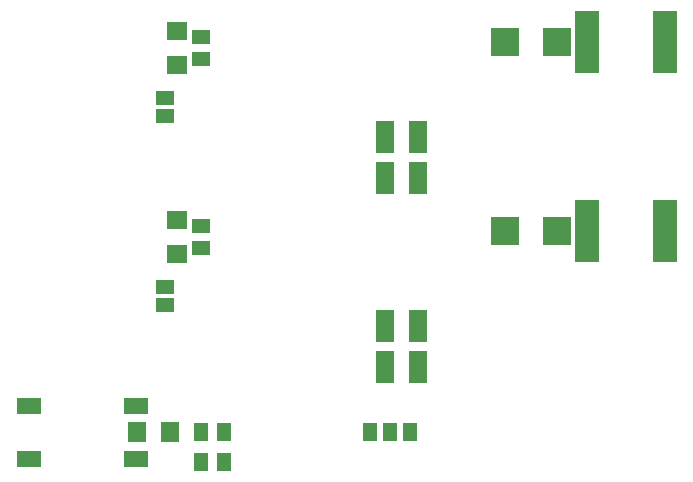
<source format=gbr>
G04 EAGLE Gerber RS-274X export*
G75*
%MOMM*%
%FSLAX34Y34*%
%LPD*%
%INSolderpaste Top*%
%IPPOS*%
%AMOC8*
5,1,8,0,0,1.08239X$1,22.5*%
G01*
%ADD10R,2.100000X1.400000*%
%ADD11R,1.300000X1.500000*%
%ADD12R,1.600000X1.803000*%
%ADD13R,1.600000X2.700000*%
%ADD14R,1.803000X1.600000*%
%ADD15R,1.500000X1.300000*%
%ADD16R,2.000000X5.300000*%
%ADD17R,2.400000X2.400000*%
%ADD18R,1.600200X1.168400*%


D10*
X24500Y87500D03*
X24500Y132500D03*
X115500Y87500D03*
X115500Y132500D03*
D11*
X189500Y85000D03*
X170500Y85000D03*
X189500Y110000D03*
X170500Y110000D03*
D12*
X144220Y110000D03*
X115780Y110000D03*
D11*
X313000Y110000D03*
X330000Y110000D03*
X347000Y110000D03*
D13*
X326000Y165000D03*
X354000Y165000D03*
X326000Y360000D03*
X354000Y360000D03*
X326000Y200000D03*
X354000Y200000D03*
X326000Y325000D03*
X354000Y325000D03*
D14*
X150000Y260780D03*
X150000Y289220D03*
X150000Y420780D03*
X150000Y449220D03*
D15*
X170000Y265500D03*
X170000Y284500D03*
X170000Y425500D03*
X170000Y444500D03*
D16*
X497000Y280000D03*
X563000Y280000D03*
X497000Y440000D03*
X563000Y440000D03*
D17*
X428000Y280000D03*
X472000Y280000D03*
X428000Y440000D03*
X472000Y440000D03*
D18*
X140000Y232620D03*
X140000Y217380D03*
X140000Y392620D03*
X140000Y377380D03*
M02*

</source>
